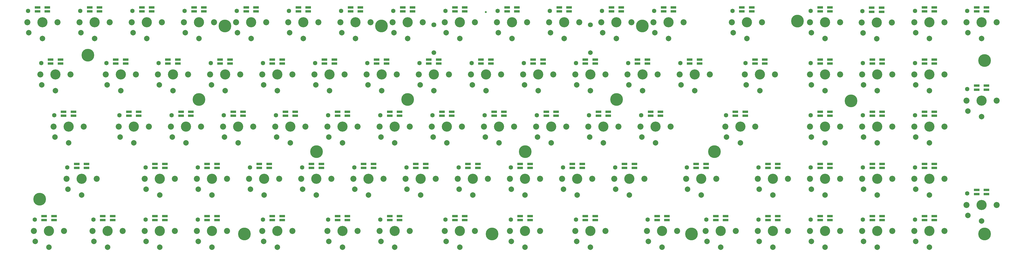
<source format=gts>
G04*
G04 #@! TF.GenerationSoftware,Altium Limited,Altium Designer,19.1.5 (86)*
G04*
G04 Layer_Color=8388736*
%FSLAX25Y25*%
%MOIN*%
G70*
G01*
G75*
%ADD13R,0.07887X0.03556*%
%ADD14C,0.07099*%
%ADD15C,0.06706*%
%ADD16C,0.07887*%
%ADD17C,0.06312*%
%ADD18O,0.14580X0.14580*%
%ADD19C,0.08674*%
%ADD20C,0.18300*%
%ADD21C,0.02800*%
D13*
X1032228Y65888D02*
D03*
Y71793D02*
D03*
X1018055D02*
D03*
Y65888D02*
D03*
X844728D02*
D03*
Y71793D02*
D03*
X830555D02*
D03*
Y65888D02*
D03*
X1182228Y365888D02*
D03*
Y371793D02*
D03*
X1168055D02*
D03*
Y365888D02*
D03*
X57228D02*
D03*
Y371793D02*
D03*
X43055D02*
D03*
Y365888D02*
D03*
X1407228Y103388D02*
D03*
Y109293D02*
D03*
X1393055D02*
D03*
Y103388D02*
D03*
X1332228Y65888D02*
D03*
Y71793D02*
D03*
X1318055D02*
D03*
Y65888D02*
D03*
X1257228D02*
D03*
Y71793D02*
D03*
X1243055D02*
D03*
Y65888D02*
D03*
X1332228Y140888D02*
D03*
Y146793D02*
D03*
X1318055D02*
D03*
Y140888D02*
D03*
X1257228D02*
D03*
Y146793D02*
D03*
X1243055D02*
D03*
Y140888D02*
D03*
X1182228D02*
D03*
Y146793D02*
D03*
X1168055D02*
D03*
Y140888D02*
D03*
X1407228Y253388D02*
D03*
Y259293D02*
D03*
X1393055D02*
D03*
Y253388D02*
D03*
X1332228Y215888D02*
D03*
Y221793D02*
D03*
X1318055D02*
D03*
Y215888D02*
D03*
X1257228D02*
D03*
Y221793D02*
D03*
X1243055D02*
D03*
Y215888D02*
D03*
X1182228D02*
D03*
Y221793D02*
D03*
X1168055D02*
D03*
Y215888D02*
D03*
X1332228Y290888D02*
D03*
Y296793D02*
D03*
X1318055D02*
D03*
Y290888D02*
D03*
X1257228D02*
D03*
Y296793D02*
D03*
X1243055D02*
D03*
Y290888D02*
D03*
X1182228D02*
D03*
Y296793D02*
D03*
X1168055D02*
D03*
Y290888D02*
D03*
X1107228Y140888D02*
D03*
Y146793D02*
D03*
X1093055D02*
D03*
Y140888D02*
D03*
X1182228Y65888D02*
D03*
Y71793D02*
D03*
X1168055D02*
D03*
Y65888D02*
D03*
X1107228D02*
D03*
Y71793D02*
D03*
X1093055D02*
D03*
Y65888D02*
D03*
X947853D02*
D03*
Y71793D02*
D03*
X933680D02*
D03*
Y65888D02*
D03*
X750978D02*
D03*
Y71793D02*
D03*
X736805D02*
D03*
Y65888D02*
D03*
X657228D02*
D03*
Y71793D02*
D03*
X643055D02*
D03*
Y65888D02*
D03*
X563478D02*
D03*
Y71793D02*
D03*
X549305D02*
D03*
Y65888D02*
D03*
X488478D02*
D03*
Y71793D02*
D03*
X474305D02*
D03*
Y65888D02*
D03*
X394728D02*
D03*
Y71793D02*
D03*
X380555D02*
D03*
Y65888D02*
D03*
X300978D02*
D03*
Y71793D02*
D03*
X286805D02*
D03*
Y65888D02*
D03*
X225978D02*
D03*
Y71793D02*
D03*
X211805D02*
D03*
Y65888D02*
D03*
X150978D02*
D03*
Y71793D02*
D03*
X136805D02*
D03*
Y65888D02*
D03*
X66603D02*
D03*
Y71793D02*
D03*
X52430D02*
D03*
Y65888D02*
D03*
X1004103Y140888D02*
D03*
Y146793D02*
D03*
X989930D02*
D03*
Y140888D02*
D03*
X900978D02*
D03*
Y146793D02*
D03*
X886805D02*
D03*
Y140888D02*
D03*
X825978D02*
D03*
Y146793D02*
D03*
X811805D02*
D03*
Y140888D02*
D03*
X750978D02*
D03*
Y146793D02*
D03*
X736805D02*
D03*
Y140888D02*
D03*
X675978D02*
D03*
Y146793D02*
D03*
X661805D02*
D03*
Y140888D02*
D03*
X600978D02*
D03*
Y146793D02*
D03*
X586805D02*
D03*
Y140888D02*
D03*
X525978D02*
D03*
Y146793D02*
D03*
X511805D02*
D03*
Y140888D02*
D03*
X450978D02*
D03*
Y146793D02*
D03*
X436805D02*
D03*
Y140888D02*
D03*
X375978D02*
D03*
Y146793D02*
D03*
X361805D02*
D03*
Y140888D02*
D03*
X300978D02*
D03*
Y146793D02*
D03*
X286805D02*
D03*
Y140888D02*
D03*
X225978D02*
D03*
Y146793D02*
D03*
X211805D02*
D03*
Y140888D02*
D03*
X113478D02*
D03*
Y146793D02*
D03*
X99305D02*
D03*
Y140888D02*
D03*
X1060353Y215888D02*
D03*
Y221793D02*
D03*
X1046180D02*
D03*
Y215888D02*
D03*
X938478D02*
D03*
Y221793D02*
D03*
X924305D02*
D03*
Y215888D02*
D03*
X863478D02*
D03*
Y221793D02*
D03*
X849305D02*
D03*
Y215888D02*
D03*
X788478D02*
D03*
Y221793D02*
D03*
X774305D02*
D03*
Y215888D02*
D03*
X713478D02*
D03*
Y221793D02*
D03*
X699305D02*
D03*
Y215888D02*
D03*
X638478D02*
D03*
Y221793D02*
D03*
X624305D02*
D03*
Y215888D02*
D03*
X563478D02*
D03*
Y221793D02*
D03*
X549305D02*
D03*
Y215888D02*
D03*
X488478D02*
D03*
Y221793D02*
D03*
X474305D02*
D03*
Y215888D02*
D03*
X413478D02*
D03*
Y221793D02*
D03*
X399305D02*
D03*
Y215888D02*
D03*
X338478D02*
D03*
Y221793D02*
D03*
X324305D02*
D03*
Y215888D02*
D03*
X263478D02*
D03*
Y221793D02*
D03*
X249305D02*
D03*
Y215888D02*
D03*
X188478D02*
D03*
Y221793D02*
D03*
X174305D02*
D03*
Y215888D02*
D03*
X94728D02*
D03*
Y221793D02*
D03*
X80555D02*
D03*
Y215888D02*
D03*
X1088478Y290888D02*
D03*
Y296793D02*
D03*
X1074305D02*
D03*
Y290888D02*
D03*
X994728D02*
D03*
Y296793D02*
D03*
X980555D02*
D03*
Y290888D02*
D03*
X919728D02*
D03*
Y296793D02*
D03*
X905555D02*
D03*
Y290888D02*
D03*
X844728D02*
D03*
Y296793D02*
D03*
X830555D02*
D03*
Y290888D02*
D03*
X769728D02*
D03*
Y296793D02*
D03*
X755555D02*
D03*
Y290888D02*
D03*
X694728D02*
D03*
Y296793D02*
D03*
X680555D02*
D03*
Y290888D02*
D03*
X619728D02*
D03*
Y296793D02*
D03*
X605555D02*
D03*
Y290888D02*
D03*
X544728D02*
D03*
Y296793D02*
D03*
X530555D02*
D03*
Y290888D02*
D03*
X469728D02*
D03*
Y296793D02*
D03*
X455555D02*
D03*
Y290888D02*
D03*
X394728D02*
D03*
Y296793D02*
D03*
X380555D02*
D03*
Y290888D02*
D03*
X319728D02*
D03*
Y296793D02*
D03*
X305555D02*
D03*
Y290888D02*
D03*
X244728D02*
D03*
Y296793D02*
D03*
X230555D02*
D03*
Y290888D02*
D03*
X169728D02*
D03*
Y296793D02*
D03*
X155555D02*
D03*
Y290888D02*
D03*
X75978D02*
D03*
Y296793D02*
D03*
X61805D02*
D03*
Y290888D02*
D03*
X1407228Y365888D02*
D03*
Y371793D02*
D03*
X1393055D02*
D03*
Y365888D02*
D03*
X1332228D02*
D03*
Y371793D02*
D03*
X1318055D02*
D03*
Y365888D02*
D03*
X1256407Y365506D02*
D03*
Y371412D02*
D03*
X1242234D02*
D03*
Y365506D02*
D03*
X1069728Y365888D02*
D03*
Y371793D02*
D03*
X1055555D02*
D03*
Y365888D02*
D03*
X957228D02*
D03*
Y371793D02*
D03*
X943055D02*
D03*
Y365888D02*
D03*
X882228D02*
D03*
Y371793D02*
D03*
X868055D02*
D03*
Y365888D02*
D03*
X807228D02*
D03*
Y371793D02*
D03*
X793055D02*
D03*
Y365888D02*
D03*
X732228D02*
D03*
Y371793D02*
D03*
X718055D02*
D03*
Y365888D02*
D03*
X657228D02*
D03*
Y371793D02*
D03*
X643055D02*
D03*
Y365888D02*
D03*
X582228D02*
D03*
Y371793D02*
D03*
X568055D02*
D03*
Y365888D02*
D03*
X507228D02*
D03*
Y371793D02*
D03*
X493055D02*
D03*
Y365888D02*
D03*
X432228D02*
D03*
Y371793D02*
D03*
X418055D02*
D03*
Y365888D02*
D03*
X357228D02*
D03*
Y371793D02*
D03*
X343055D02*
D03*
Y365888D02*
D03*
X282228D02*
D03*
Y371793D02*
D03*
X268055D02*
D03*
Y365888D02*
D03*
X207228D02*
D03*
Y371793D02*
D03*
X193055D02*
D03*
Y365888D02*
D03*
X132228D02*
D03*
Y371793D02*
D03*
X118055D02*
D03*
Y365888D02*
D03*
D14*
X612641Y346539D02*
D03*
X837641D02*
D03*
D15*
X612641Y306776D02*
D03*
X837641D02*
D03*
D16*
X1025141Y27071D02*
D03*
X1005456Y35339D02*
D03*
X837641Y27071D02*
D03*
X817956Y35339D02*
D03*
X1175141Y327071D02*
D03*
X1155456Y335339D02*
D03*
X50141Y327071D02*
D03*
X30456Y335339D02*
D03*
X1400141Y64571D02*
D03*
X1380456Y72839D02*
D03*
X1325141Y27071D02*
D03*
X1305456Y35339D02*
D03*
X1250141Y27071D02*
D03*
X1230456Y35339D02*
D03*
X1325141Y102071D02*
D03*
X1305456Y110339D02*
D03*
X1250141Y102071D02*
D03*
X1230456Y110339D02*
D03*
X1175141Y102071D02*
D03*
X1155456Y110339D02*
D03*
X1400141Y214571D02*
D03*
X1380456Y222839D02*
D03*
X1325141Y177071D02*
D03*
X1305456Y185339D02*
D03*
X1250141Y177071D02*
D03*
X1230456Y185339D02*
D03*
X1175141Y177071D02*
D03*
X1155456Y185339D02*
D03*
X1325141Y252071D02*
D03*
X1305456Y260339D02*
D03*
X1250141Y252071D02*
D03*
X1230456Y260339D02*
D03*
X1175141Y252071D02*
D03*
X1155456Y260339D02*
D03*
X1100141Y102071D02*
D03*
X1080456Y110339D02*
D03*
X1175141Y27071D02*
D03*
X1155456Y35339D02*
D03*
X1100141Y27071D02*
D03*
X1080456Y35339D02*
D03*
X940766Y27071D02*
D03*
X921081Y35339D02*
D03*
X743891Y27071D02*
D03*
X724206Y35339D02*
D03*
X650141Y27071D02*
D03*
X630456Y35339D02*
D03*
X556391Y27071D02*
D03*
X536706Y35339D02*
D03*
X481391Y27071D02*
D03*
X461706Y35339D02*
D03*
X387641Y27071D02*
D03*
X367956Y35339D02*
D03*
X293891Y27071D02*
D03*
X274206Y35339D02*
D03*
X218891Y27071D02*
D03*
X199206Y35339D02*
D03*
X143891Y27071D02*
D03*
X124206Y35339D02*
D03*
X59516Y27071D02*
D03*
X39831Y35339D02*
D03*
X997016Y102071D02*
D03*
X977331Y110339D02*
D03*
X893891Y102071D02*
D03*
X874206Y110339D02*
D03*
X818891Y102071D02*
D03*
X799206Y110339D02*
D03*
X743891Y102071D02*
D03*
X724206Y110339D02*
D03*
X668891Y102071D02*
D03*
X649206Y110339D02*
D03*
X593891Y102071D02*
D03*
X574206Y110339D02*
D03*
X518891Y102071D02*
D03*
X499206Y110339D02*
D03*
X443891Y102071D02*
D03*
X424206Y110339D02*
D03*
X368891Y102071D02*
D03*
X349206Y110339D02*
D03*
X293891Y102071D02*
D03*
X274206Y110339D02*
D03*
X218891Y102071D02*
D03*
X199206Y110339D02*
D03*
X106391Y102071D02*
D03*
X86706Y110339D02*
D03*
X1053266Y177071D02*
D03*
X1033581Y185339D02*
D03*
X931391Y177071D02*
D03*
X911706Y185339D02*
D03*
X856391Y177071D02*
D03*
X836706Y185339D02*
D03*
X781391Y177071D02*
D03*
X761706Y185339D02*
D03*
X706391Y177071D02*
D03*
X686706Y185339D02*
D03*
X631391Y177071D02*
D03*
X611706Y185339D02*
D03*
X556391Y177071D02*
D03*
X536706Y185339D02*
D03*
X481391Y177071D02*
D03*
X461706Y185339D02*
D03*
X406391Y177071D02*
D03*
X386706Y185339D02*
D03*
X331391Y177071D02*
D03*
X311706Y185339D02*
D03*
X256391Y177071D02*
D03*
X236706Y185339D02*
D03*
X181391Y177071D02*
D03*
X161706Y185339D02*
D03*
X87641Y177071D02*
D03*
X67956Y185339D02*
D03*
X1081391Y252071D02*
D03*
X1061706Y260339D02*
D03*
X987641Y252071D02*
D03*
X967956Y260339D02*
D03*
X912641Y252071D02*
D03*
X892956Y260339D02*
D03*
X837641Y252071D02*
D03*
X817956Y260339D02*
D03*
X762641Y252071D02*
D03*
X742956Y260339D02*
D03*
X687641Y252071D02*
D03*
X667956Y260339D02*
D03*
X612641Y252071D02*
D03*
X592956Y260339D02*
D03*
X537641Y252071D02*
D03*
X517956Y260339D02*
D03*
X462641Y252071D02*
D03*
X442956Y260339D02*
D03*
X387641Y252071D02*
D03*
X367956Y260339D02*
D03*
X312641Y252071D02*
D03*
X292956Y260339D02*
D03*
X237641Y252071D02*
D03*
X217956Y260339D02*
D03*
X162641Y252071D02*
D03*
X142956Y260339D02*
D03*
X68891Y252071D02*
D03*
X49206Y260339D02*
D03*
X1400141Y327071D02*
D03*
X1380456Y335339D02*
D03*
X1325141Y327071D02*
D03*
X1305456Y335339D02*
D03*
X1249320Y326689D02*
D03*
X1229635Y334957D02*
D03*
X1062641Y327071D02*
D03*
X1042956Y335339D02*
D03*
X950141Y327071D02*
D03*
X930456Y335339D02*
D03*
X875141Y327071D02*
D03*
X855456Y335339D02*
D03*
X800141Y327071D02*
D03*
X780456Y335339D02*
D03*
X725141Y327071D02*
D03*
X705456Y335339D02*
D03*
X650141Y327071D02*
D03*
X630456Y335339D02*
D03*
X575141Y327071D02*
D03*
X555456Y335339D02*
D03*
X500141Y327071D02*
D03*
X480456Y335339D02*
D03*
X425141Y327071D02*
D03*
X405456Y335339D02*
D03*
X350141Y327071D02*
D03*
X330456Y335339D02*
D03*
X275141Y327071D02*
D03*
X255456Y335339D02*
D03*
X200141Y327071D02*
D03*
X180456Y335339D02*
D03*
X125141Y327071D02*
D03*
X105456Y335339D02*
D03*
D17*
X1004590Y66835D02*
D03*
X817090D02*
D03*
X1154590Y366835D02*
D03*
X29590D02*
D03*
X1379590Y104335D02*
D03*
X1304590Y66835D02*
D03*
X1229590D02*
D03*
X1304590Y141835D02*
D03*
X1229590D02*
D03*
X1154590D02*
D03*
X1379590Y254335D02*
D03*
X1304590Y216835D02*
D03*
X1229590D02*
D03*
X1154590D02*
D03*
X1304590Y291835D02*
D03*
X1229590D02*
D03*
X1154590D02*
D03*
X1079590Y141835D02*
D03*
X1154590Y66835D02*
D03*
X1079590D02*
D03*
X920215D02*
D03*
X723340D02*
D03*
X629590D02*
D03*
X535840D02*
D03*
X460840D02*
D03*
X367090D02*
D03*
X273340D02*
D03*
X198340D02*
D03*
X123340D02*
D03*
X38965D02*
D03*
X976465Y141835D02*
D03*
X873340D02*
D03*
X798340D02*
D03*
X723340D02*
D03*
X648340D02*
D03*
X573340D02*
D03*
X498340D02*
D03*
X423340D02*
D03*
X348340D02*
D03*
X273340D02*
D03*
X198340D02*
D03*
X85840D02*
D03*
X1032715Y216835D02*
D03*
X910840D02*
D03*
X835840D02*
D03*
X760840D02*
D03*
X685840D02*
D03*
X610840D02*
D03*
X535840D02*
D03*
X460840D02*
D03*
X385840D02*
D03*
X310840D02*
D03*
X235840D02*
D03*
X160840D02*
D03*
X67090D02*
D03*
X1060840Y291835D02*
D03*
X967090D02*
D03*
X892090D02*
D03*
X817090D02*
D03*
X742090D02*
D03*
X667090D02*
D03*
X592090D02*
D03*
X517090D02*
D03*
X442090D02*
D03*
X367090D02*
D03*
X292090D02*
D03*
X217090D02*
D03*
X142090D02*
D03*
X48340D02*
D03*
X1379590Y366835D02*
D03*
X1304590D02*
D03*
X1228769Y366453D02*
D03*
X1042090Y366835D02*
D03*
X929590D02*
D03*
X854590D02*
D03*
X779590D02*
D03*
X704590D02*
D03*
X629590D02*
D03*
X554590D02*
D03*
X479590D02*
D03*
X404590D02*
D03*
X329590D02*
D03*
X254590D02*
D03*
X179590D02*
D03*
X104590D02*
D03*
D18*
X1025141Y50299D02*
D03*
X837641D02*
D03*
X1175141Y350299D02*
D03*
X50141D02*
D03*
X1400141Y87799D02*
D03*
X1325141Y50299D02*
D03*
X1250141D02*
D03*
X1325141Y125299D02*
D03*
X1250141D02*
D03*
X1175141D02*
D03*
X1400141Y237799D02*
D03*
X1325141Y200299D02*
D03*
X1250141D02*
D03*
X1175141D02*
D03*
X1325141Y275299D02*
D03*
X1250141D02*
D03*
X1175141D02*
D03*
X1100141Y125299D02*
D03*
X1175141Y50299D02*
D03*
X1100141D02*
D03*
X940766D02*
D03*
X743891D02*
D03*
X650141D02*
D03*
X556391D02*
D03*
X481391D02*
D03*
X387641D02*
D03*
X293891D02*
D03*
X218891D02*
D03*
X143891D02*
D03*
X59516D02*
D03*
X997016Y125299D02*
D03*
X893891D02*
D03*
X818891D02*
D03*
X743891D02*
D03*
X668891D02*
D03*
X593891D02*
D03*
X518891D02*
D03*
X443891D02*
D03*
X368891D02*
D03*
X293891D02*
D03*
X218891D02*
D03*
X106391D02*
D03*
X1053266Y200299D02*
D03*
X931391D02*
D03*
X856391D02*
D03*
X781391D02*
D03*
X706391D02*
D03*
X631391D02*
D03*
X556391D02*
D03*
X481391D02*
D03*
X406391D02*
D03*
X331391D02*
D03*
X256391D02*
D03*
X181391D02*
D03*
X87641D02*
D03*
X1081391Y275299D02*
D03*
X987641D02*
D03*
X912641D02*
D03*
X837641D02*
D03*
X762641D02*
D03*
X687641D02*
D03*
X612641D02*
D03*
X537641D02*
D03*
X462641D02*
D03*
X387641D02*
D03*
X312641D02*
D03*
X237641D02*
D03*
X162641D02*
D03*
X68891D02*
D03*
X1400141Y350299D02*
D03*
X1325141D02*
D03*
X1249320Y349917D02*
D03*
X1062641Y350299D02*
D03*
X950141D02*
D03*
X875141D02*
D03*
X800141D02*
D03*
X725141D02*
D03*
X650141D02*
D03*
X575141D02*
D03*
X500141D02*
D03*
X425141D02*
D03*
X350141D02*
D03*
X275141D02*
D03*
X200141D02*
D03*
X125141D02*
D03*
D19*
X1003488Y50299D02*
D03*
X1046795D02*
D03*
X815988D02*
D03*
X859295D02*
D03*
X1153488Y350299D02*
D03*
X1196795D02*
D03*
X28488D02*
D03*
X71795D02*
D03*
X1378488Y87799D02*
D03*
X1421795D02*
D03*
X1303488Y50299D02*
D03*
X1346795D02*
D03*
X1228488D02*
D03*
X1271795D02*
D03*
X1303488Y125299D02*
D03*
X1346795D02*
D03*
X1228488D02*
D03*
X1271795D02*
D03*
X1153488D02*
D03*
X1196795D02*
D03*
X1378488Y237799D02*
D03*
X1421795D02*
D03*
X1303488Y200299D02*
D03*
X1346795D02*
D03*
X1228488D02*
D03*
X1271795D02*
D03*
X1153488D02*
D03*
X1196795D02*
D03*
X1303488Y275299D02*
D03*
X1346795D02*
D03*
X1228488D02*
D03*
X1271795D02*
D03*
X1153488D02*
D03*
X1196795D02*
D03*
X1078488Y125299D02*
D03*
X1121795D02*
D03*
X1153488Y50299D02*
D03*
X1196795D02*
D03*
X1078488D02*
D03*
X1121795D02*
D03*
X919113D02*
D03*
X962420D02*
D03*
X722238D02*
D03*
X765545D02*
D03*
X628488D02*
D03*
X671795D02*
D03*
X534738D02*
D03*
X578045D02*
D03*
X459738D02*
D03*
X503045D02*
D03*
X365988D02*
D03*
X409295D02*
D03*
X272238D02*
D03*
X315545D02*
D03*
X197238D02*
D03*
X240545D02*
D03*
X122238D02*
D03*
X165545D02*
D03*
X37863D02*
D03*
X81170D02*
D03*
X975363Y125299D02*
D03*
X1018670D02*
D03*
X872238D02*
D03*
X915545D02*
D03*
X797238D02*
D03*
X840545D02*
D03*
X722238D02*
D03*
X765545D02*
D03*
X647238D02*
D03*
X690545D02*
D03*
X572238D02*
D03*
X615545D02*
D03*
X497238D02*
D03*
X540545D02*
D03*
X422238D02*
D03*
X465545D02*
D03*
X347238D02*
D03*
X390545D02*
D03*
X272238D02*
D03*
X315545D02*
D03*
X197238D02*
D03*
X240545D02*
D03*
X84738D02*
D03*
X128045D02*
D03*
X1031613Y200299D02*
D03*
X1074920D02*
D03*
X909738D02*
D03*
X953045D02*
D03*
X834738D02*
D03*
X878045D02*
D03*
X759738D02*
D03*
X803045D02*
D03*
X684738D02*
D03*
X728045D02*
D03*
X609738D02*
D03*
X653045D02*
D03*
X534738D02*
D03*
X578045D02*
D03*
X459738D02*
D03*
X503045D02*
D03*
X384738D02*
D03*
X428045D02*
D03*
X309738D02*
D03*
X353045D02*
D03*
X234738D02*
D03*
X278045D02*
D03*
X159738D02*
D03*
X203045D02*
D03*
X65988D02*
D03*
X109295D02*
D03*
X1059738Y275299D02*
D03*
X1103045D02*
D03*
X965988D02*
D03*
X1009295D02*
D03*
X890988D02*
D03*
X934295D02*
D03*
X815988D02*
D03*
X859295D02*
D03*
X740988D02*
D03*
X784295D02*
D03*
X665988D02*
D03*
X709295D02*
D03*
X590988D02*
D03*
X634295D02*
D03*
X515988D02*
D03*
X559295D02*
D03*
X440988D02*
D03*
X484295D02*
D03*
X365988D02*
D03*
X409295D02*
D03*
X290988D02*
D03*
X334295D02*
D03*
X215988D02*
D03*
X259295D02*
D03*
X140988D02*
D03*
X184295D02*
D03*
X47238D02*
D03*
X90545D02*
D03*
X1378488Y350299D02*
D03*
X1421795D02*
D03*
X1303488D02*
D03*
X1346795D02*
D03*
X1227667Y349917D02*
D03*
X1270974D02*
D03*
X1040988Y350299D02*
D03*
X1084295D02*
D03*
X928488D02*
D03*
X971795D02*
D03*
X853488D02*
D03*
X896795D02*
D03*
X778488D02*
D03*
X821795D02*
D03*
X703488D02*
D03*
X746795D02*
D03*
X628488D02*
D03*
X671795D02*
D03*
X553488D02*
D03*
X596795D02*
D03*
X478488D02*
D03*
X521795D02*
D03*
X403488D02*
D03*
X446795D02*
D03*
X328488D02*
D03*
X371795D02*
D03*
X253488D02*
D03*
X296795D02*
D03*
X178488D02*
D03*
X221795D02*
D03*
X103488D02*
D03*
X146795D02*
D03*
D20*
X1016000Y164500D02*
D03*
X744000D02*
D03*
X575000Y239500D02*
D03*
X444000Y164500D02*
D03*
X1135500Y352000D02*
D03*
X312500Y345000D02*
D03*
X537500D02*
D03*
X912500D02*
D03*
X875500Y239500D02*
D03*
X275000D02*
D03*
X1212500Y237500D02*
D03*
X983000Y46000D02*
D03*
X696500D02*
D03*
X340500D02*
D03*
X115500Y303000D02*
D03*
X46000Y96000D02*
D03*
X1404500Y295500D02*
D03*
Y46000D02*
D03*
D21*
X687500Y365000D02*
D03*
M02*

</source>
